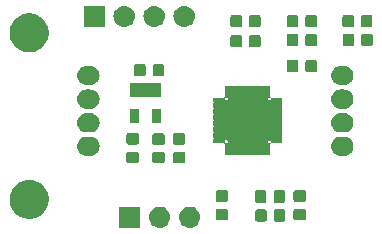
<source format=gts>
G04 #@! TF.GenerationSoftware,KiCad,Pcbnew,(5.1.2)-1*
G04 #@! TF.CreationDate,2020-10-03T12:09:34+09:00*
G04 #@! TF.ProjectId,es,65732e6b-6963-4616-945f-706362585858,v1.4*
G04 #@! TF.SameCoordinates,Original*
G04 #@! TF.FileFunction,Soldermask,Top*
G04 #@! TF.FilePolarity,Negative*
%FSLAX46Y46*%
G04 Gerber Fmt 4.6, Leading zero omitted, Abs format (unit mm)*
G04 Created by KiCad (PCBNEW (5.1.2)-1) date 2020-10-03 12:09:34*
%MOMM*%
%LPD*%
G04 APERTURE LIST*
%ADD10C,0.100000*%
G04 APERTURE END LIST*
D10*
G36*
X156401000Y-98401000D02*
G01*
X154599000Y-98401000D01*
X154599000Y-96599000D01*
X156401000Y-96599000D01*
X156401000Y-98401000D01*
X156401000Y-98401000D01*
G37*
G36*
X160690442Y-96605518D02*
G01*
X160756627Y-96612037D01*
X160926466Y-96663557D01*
X161082991Y-96747222D01*
X161118729Y-96776552D01*
X161220186Y-96859814D01*
X161303448Y-96961271D01*
X161332778Y-96997009D01*
X161416443Y-97153534D01*
X161467963Y-97323373D01*
X161485359Y-97500000D01*
X161467963Y-97676627D01*
X161416443Y-97846466D01*
X161332778Y-98002991D01*
X161303448Y-98038729D01*
X161220186Y-98140186D01*
X161118729Y-98223448D01*
X161082991Y-98252778D01*
X160926466Y-98336443D01*
X160756627Y-98387963D01*
X160690442Y-98394482D01*
X160624260Y-98401000D01*
X160535740Y-98401000D01*
X160469558Y-98394482D01*
X160403373Y-98387963D01*
X160233534Y-98336443D01*
X160077009Y-98252778D01*
X160041271Y-98223448D01*
X159939814Y-98140186D01*
X159856552Y-98038729D01*
X159827222Y-98002991D01*
X159743557Y-97846466D01*
X159692037Y-97676627D01*
X159674641Y-97500000D01*
X159692037Y-97323373D01*
X159743557Y-97153534D01*
X159827222Y-96997009D01*
X159856552Y-96961271D01*
X159939814Y-96859814D01*
X160041271Y-96776552D01*
X160077009Y-96747222D01*
X160233534Y-96663557D01*
X160403373Y-96612037D01*
X160469557Y-96605519D01*
X160535740Y-96599000D01*
X160624260Y-96599000D01*
X160690442Y-96605518D01*
X160690442Y-96605518D01*
G37*
G36*
X158150442Y-96605518D02*
G01*
X158216627Y-96612037D01*
X158386466Y-96663557D01*
X158542991Y-96747222D01*
X158578729Y-96776552D01*
X158680186Y-96859814D01*
X158763448Y-96961271D01*
X158792778Y-96997009D01*
X158876443Y-97153534D01*
X158927963Y-97323373D01*
X158945359Y-97500000D01*
X158927963Y-97676627D01*
X158876443Y-97846466D01*
X158792778Y-98002991D01*
X158763448Y-98038729D01*
X158680186Y-98140186D01*
X158578729Y-98223448D01*
X158542991Y-98252778D01*
X158386466Y-98336443D01*
X158216627Y-98387963D01*
X158150442Y-98394482D01*
X158084260Y-98401000D01*
X157995740Y-98401000D01*
X157929558Y-98394482D01*
X157863373Y-98387963D01*
X157693534Y-98336443D01*
X157537009Y-98252778D01*
X157501271Y-98223448D01*
X157399814Y-98140186D01*
X157316552Y-98038729D01*
X157287222Y-98002991D01*
X157203557Y-97846466D01*
X157152037Y-97676627D01*
X157134641Y-97500000D01*
X157152037Y-97323373D01*
X157203557Y-97153534D01*
X157287222Y-96997009D01*
X157316552Y-96961271D01*
X157399814Y-96859814D01*
X157501271Y-96776552D01*
X157537009Y-96747222D01*
X157693534Y-96663557D01*
X157863373Y-96612037D01*
X157929557Y-96605519D01*
X157995740Y-96599000D01*
X158084260Y-96599000D01*
X158150442Y-96605518D01*
X158150442Y-96605518D01*
G37*
G36*
X168541591Y-96828085D02*
G01*
X168575569Y-96838393D01*
X168606890Y-96855134D01*
X168634339Y-96877661D01*
X168656866Y-96905110D01*
X168673607Y-96936431D01*
X168683915Y-96970409D01*
X168688000Y-97011890D01*
X168688000Y-97688110D01*
X168683915Y-97729591D01*
X168673607Y-97763569D01*
X168656866Y-97794890D01*
X168634339Y-97822339D01*
X168606890Y-97844866D01*
X168575569Y-97861607D01*
X168541591Y-97871915D01*
X168500110Y-97876000D01*
X167898890Y-97876000D01*
X167857409Y-97871915D01*
X167823431Y-97861607D01*
X167792110Y-97844866D01*
X167764661Y-97822339D01*
X167742134Y-97794890D01*
X167725393Y-97763569D01*
X167715085Y-97729591D01*
X167711000Y-97688110D01*
X167711000Y-97011890D01*
X167715085Y-96970409D01*
X167725393Y-96936431D01*
X167742134Y-96905110D01*
X167764661Y-96877661D01*
X167792110Y-96855134D01*
X167823431Y-96838393D01*
X167857409Y-96828085D01*
X167898890Y-96824000D01*
X168500110Y-96824000D01*
X168541591Y-96828085D01*
X168541591Y-96828085D01*
G37*
G36*
X166966591Y-96828085D02*
G01*
X167000569Y-96838393D01*
X167031890Y-96855134D01*
X167059339Y-96877661D01*
X167081866Y-96905110D01*
X167098607Y-96936431D01*
X167108915Y-96970409D01*
X167113000Y-97011890D01*
X167113000Y-97688110D01*
X167108915Y-97729591D01*
X167098607Y-97763569D01*
X167081866Y-97794890D01*
X167059339Y-97822339D01*
X167031890Y-97844866D01*
X167000569Y-97861607D01*
X166966591Y-97871915D01*
X166925110Y-97876000D01*
X166323890Y-97876000D01*
X166282409Y-97871915D01*
X166248431Y-97861607D01*
X166217110Y-97844866D01*
X166189661Y-97822339D01*
X166167134Y-97794890D01*
X166150393Y-97763569D01*
X166140085Y-97729591D01*
X166136000Y-97688110D01*
X166136000Y-97011890D01*
X166140085Y-96970409D01*
X166150393Y-96936431D01*
X166167134Y-96905110D01*
X166189661Y-96877661D01*
X166217110Y-96855134D01*
X166248431Y-96838393D01*
X166282409Y-96828085D01*
X166323890Y-96824000D01*
X166925110Y-96824000D01*
X166966591Y-96828085D01*
X166966591Y-96828085D01*
G37*
G36*
X163679591Y-96790585D02*
G01*
X163713569Y-96800893D01*
X163744890Y-96817634D01*
X163772339Y-96840161D01*
X163794866Y-96867610D01*
X163811607Y-96898931D01*
X163821915Y-96932909D01*
X163826000Y-96974390D01*
X163826000Y-97575610D01*
X163821915Y-97617091D01*
X163811607Y-97651069D01*
X163794866Y-97682390D01*
X163772339Y-97709839D01*
X163744890Y-97732366D01*
X163713569Y-97749107D01*
X163679591Y-97759415D01*
X163638110Y-97763500D01*
X162961890Y-97763500D01*
X162920409Y-97759415D01*
X162886431Y-97749107D01*
X162855110Y-97732366D01*
X162827661Y-97709839D01*
X162805134Y-97682390D01*
X162788393Y-97651069D01*
X162778085Y-97617091D01*
X162774000Y-97575610D01*
X162774000Y-96974390D01*
X162778085Y-96932909D01*
X162788393Y-96898931D01*
X162805134Y-96867610D01*
X162827661Y-96840161D01*
X162855110Y-96817634D01*
X162886431Y-96800893D01*
X162920409Y-96790585D01*
X162961890Y-96786500D01*
X163638110Y-96786500D01*
X163679591Y-96790585D01*
X163679591Y-96790585D01*
G37*
G36*
X170279591Y-96790585D02*
G01*
X170313569Y-96800893D01*
X170344890Y-96817634D01*
X170372339Y-96840161D01*
X170394866Y-96867610D01*
X170411607Y-96898931D01*
X170421915Y-96932909D01*
X170426000Y-96974390D01*
X170426000Y-97575610D01*
X170421915Y-97617091D01*
X170411607Y-97651069D01*
X170394866Y-97682390D01*
X170372339Y-97709839D01*
X170344890Y-97732366D01*
X170313569Y-97749107D01*
X170279591Y-97759415D01*
X170238110Y-97763500D01*
X169561890Y-97763500D01*
X169520409Y-97759415D01*
X169486431Y-97749107D01*
X169455110Y-97732366D01*
X169427661Y-97709839D01*
X169405134Y-97682390D01*
X169388393Y-97651069D01*
X169378085Y-97617091D01*
X169374000Y-97575610D01*
X169374000Y-96974390D01*
X169378085Y-96932909D01*
X169388393Y-96898931D01*
X169405134Y-96867610D01*
X169427661Y-96840161D01*
X169455110Y-96817634D01*
X169486431Y-96800893D01*
X169520409Y-96790585D01*
X169561890Y-96786500D01*
X170238110Y-96786500D01*
X170279591Y-96790585D01*
X170279591Y-96790585D01*
G37*
G36*
X147375256Y-94391298D02*
G01*
X147481579Y-94412447D01*
X147782042Y-94536903D01*
X148052451Y-94717585D01*
X148282415Y-94947549D01*
X148463097Y-95217958D01*
X148463098Y-95217960D01*
X148494019Y-95292610D01*
X148561594Y-95455750D01*
X148587553Y-95518422D01*
X148651000Y-95837389D01*
X148651000Y-96162611D01*
X148631308Y-96261607D01*
X148587553Y-96481579D01*
X148463097Y-96782042D01*
X148282415Y-97052451D01*
X148052451Y-97282415D01*
X147782042Y-97463097D01*
X147481579Y-97587553D01*
X147375256Y-97608702D01*
X147162611Y-97651000D01*
X146837389Y-97651000D01*
X146624744Y-97608702D01*
X146518421Y-97587553D01*
X146217958Y-97463097D01*
X145947549Y-97282415D01*
X145717585Y-97052451D01*
X145536903Y-96782042D01*
X145412447Y-96481579D01*
X145368692Y-96261607D01*
X145349000Y-96162611D01*
X145349000Y-95837389D01*
X145412447Y-95518422D01*
X145438407Y-95455750D01*
X145505981Y-95292610D01*
X145536902Y-95217960D01*
X145536903Y-95217958D01*
X145717585Y-94947549D01*
X145947549Y-94717585D01*
X146217958Y-94536903D01*
X146518421Y-94412447D01*
X146624744Y-94391298D01*
X146837389Y-94349000D01*
X147162611Y-94349000D01*
X147375256Y-94391298D01*
X147375256Y-94391298D01*
G37*
G36*
X166942591Y-95228085D02*
G01*
X166976569Y-95238393D01*
X167007890Y-95255134D01*
X167035339Y-95277661D01*
X167057866Y-95305110D01*
X167074607Y-95336431D01*
X167084915Y-95370409D01*
X167089000Y-95411890D01*
X167089000Y-96088110D01*
X167084915Y-96129591D01*
X167074607Y-96163569D01*
X167057866Y-96194890D01*
X167035339Y-96222339D01*
X167007890Y-96244866D01*
X166976569Y-96261607D01*
X166942591Y-96271915D01*
X166901110Y-96276000D01*
X166299890Y-96276000D01*
X166258409Y-96271915D01*
X166224431Y-96261607D01*
X166193110Y-96244866D01*
X166165661Y-96222339D01*
X166143134Y-96194890D01*
X166126393Y-96163569D01*
X166116085Y-96129591D01*
X166112000Y-96088110D01*
X166112000Y-95411890D01*
X166116085Y-95370409D01*
X166126393Y-95336431D01*
X166143134Y-95305110D01*
X166165661Y-95277661D01*
X166193110Y-95255134D01*
X166224431Y-95238393D01*
X166258409Y-95228085D01*
X166299890Y-95224000D01*
X166901110Y-95224000D01*
X166942591Y-95228085D01*
X166942591Y-95228085D01*
G37*
G36*
X168517591Y-95228085D02*
G01*
X168551569Y-95238393D01*
X168582890Y-95255134D01*
X168610339Y-95277661D01*
X168632866Y-95305110D01*
X168649607Y-95336431D01*
X168659915Y-95370409D01*
X168664000Y-95411890D01*
X168664000Y-96088110D01*
X168659915Y-96129591D01*
X168649607Y-96163569D01*
X168632866Y-96194890D01*
X168610339Y-96222339D01*
X168582890Y-96244866D01*
X168551569Y-96261607D01*
X168517591Y-96271915D01*
X168476110Y-96276000D01*
X167874890Y-96276000D01*
X167833409Y-96271915D01*
X167799431Y-96261607D01*
X167768110Y-96244866D01*
X167740661Y-96222339D01*
X167718134Y-96194890D01*
X167701393Y-96163569D01*
X167691085Y-96129591D01*
X167687000Y-96088110D01*
X167687000Y-95411890D01*
X167691085Y-95370409D01*
X167701393Y-95336431D01*
X167718134Y-95305110D01*
X167740661Y-95277661D01*
X167768110Y-95255134D01*
X167799431Y-95238393D01*
X167833409Y-95228085D01*
X167874890Y-95224000D01*
X168476110Y-95224000D01*
X168517591Y-95228085D01*
X168517591Y-95228085D01*
G37*
G36*
X170279591Y-95215585D02*
G01*
X170313569Y-95225893D01*
X170344890Y-95242634D01*
X170372339Y-95265161D01*
X170394866Y-95292610D01*
X170411607Y-95323931D01*
X170421915Y-95357909D01*
X170426000Y-95399390D01*
X170426000Y-96000610D01*
X170421915Y-96042091D01*
X170411607Y-96076069D01*
X170394866Y-96107390D01*
X170372339Y-96134839D01*
X170344890Y-96157366D01*
X170313569Y-96174107D01*
X170279591Y-96184415D01*
X170238110Y-96188500D01*
X169561890Y-96188500D01*
X169520409Y-96184415D01*
X169486431Y-96174107D01*
X169455110Y-96157366D01*
X169427661Y-96134839D01*
X169405134Y-96107390D01*
X169388393Y-96076069D01*
X169378085Y-96042091D01*
X169374000Y-96000610D01*
X169374000Y-95399390D01*
X169378085Y-95357909D01*
X169388393Y-95323931D01*
X169405134Y-95292610D01*
X169427661Y-95265161D01*
X169455110Y-95242634D01*
X169486431Y-95225893D01*
X169520409Y-95215585D01*
X169561890Y-95211500D01*
X170238110Y-95211500D01*
X170279591Y-95215585D01*
X170279591Y-95215585D01*
G37*
G36*
X163679591Y-95215585D02*
G01*
X163713569Y-95225893D01*
X163744890Y-95242634D01*
X163772339Y-95265161D01*
X163794866Y-95292610D01*
X163811607Y-95323931D01*
X163821915Y-95357909D01*
X163826000Y-95399390D01*
X163826000Y-96000610D01*
X163821915Y-96042091D01*
X163811607Y-96076069D01*
X163794866Y-96107390D01*
X163772339Y-96134839D01*
X163744890Y-96157366D01*
X163713569Y-96174107D01*
X163679591Y-96184415D01*
X163638110Y-96188500D01*
X162961890Y-96188500D01*
X162920409Y-96184415D01*
X162886431Y-96174107D01*
X162855110Y-96157366D01*
X162827661Y-96134839D01*
X162805134Y-96107390D01*
X162788393Y-96076069D01*
X162778085Y-96042091D01*
X162774000Y-96000610D01*
X162774000Y-95399390D01*
X162778085Y-95357909D01*
X162788393Y-95323931D01*
X162805134Y-95292610D01*
X162827661Y-95265161D01*
X162855110Y-95242634D01*
X162886431Y-95225893D01*
X162920409Y-95215585D01*
X162961890Y-95211500D01*
X163638110Y-95211500D01*
X163679591Y-95215585D01*
X163679591Y-95215585D01*
G37*
G36*
X158329591Y-91973085D02*
G01*
X158363569Y-91983393D01*
X158394890Y-92000134D01*
X158422339Y-92022661D01*
X158444866Y-92050110D01*
X158461607Y-92081431D01*
X158471915Y-92115409D01*
X158476000Y-92156890D01*
X158476000Y-92758110D01*
X158471915Y-92799591D01*
X158461607Y-92833569D01*
X158444866Y-92864890D01*
X158422339Y-92892339D01*
X158394890Y-92914866D01*
X158363569Y-92931607D01*
X158329591Y-92941915D01*
X158288110Y-92946000D01*
X157611890Y-92946000D01*
X157570409Y-92941915D01*
X157536431Y-92931607D01*
X157505110Y-92914866D01*
X157477661Y-92892339D01*
X157455134Y-92864890D01*
X157438393Y-92833569D01*
X157428085Y-92799591D01*
X157424000Y-92758110D01*
X157424000Y-92156890D01*
X157428085Y-92115409D01*
X157438393Y-92081431D01*
X157455134Y-92050110D01*
X157477661Y-92022661D01*
X157505110Y-92000134D01*
X157536431Y-91983393D01*
X157570409Y-91973085D01*
X157611890Y-91969000D01*
X158288110Y-91969000D01*
X158329591Y-91973085D01*
X158329591Y-91973085D01*
G37*
G36*
X160079591Y-91973085D02*
G01*
X160113569Y-91983393D01*
X160144890Y-92000134D01*
X160172339Y-92022661D01*
X160194866Y-92050110D01*
X160211607Y-92081431D01*
X160221915Y-92115409D01*
X160226000Y-92156890D01*
X160226000Y-92758110D01*
X160221915Y-92799591D01*
X160211607Y-92833569D01*
X160194866Y-92864890D01*
X160172339Y-92892339D01*
X160144890Y-92914866D01*
X160113569Y-92931607D01*
X160079591Y-92941915D01*
X160038110Y-92946000D01*
X159361890Y-92946000D01*
X159320409Y-92941915D01*
X159286431Y-92931607D01*
X159255110Y-92914866D01*
X159227661Y-92892339D01*
X159205134Y-92864890D01*
X159188393Y-92833569D01*
X159178085Y-92799591D01*
X159174000Y-92758110D01*
X159174000Y-92156890D01*
X159178085Y-92115409D01*
X159188393Y-92081431D01*
X159205134Y-92050110D01*
X159227661Y-92022661D01*
X159255110Y-92000134D01*
X159286431Y-91983393D01*
X159320409Y-91973085D01*
X159361890Y-91969000D01*
X160038110Y-91969000D01*
X160079591Y-91973085D01*
X160079591Y-91973085D01*
G37*
G36*
X156129591Y-91953085D02*
G01*
X156163569Y-91963393D01*
X156194890Y-91980134D01*
X156222339Y-92002661D01*
X156244866Y-92030110D01*
X156261607Y-92061431D01*
X156271915Y-92095409D01*
X156276000Y-92136890D01*
X156276000Y-92738110D01*
X156271915Y-92779591D01*
X156261607Y-92813569D01*
X156244866Y-92844890D01*
X156222339Y-92872339D01*
X156194890Y-92894866D01*
X156163569Y-92911607D01*
X156129591Y-92921915D01*
X156088110Y-92926000D01*
X155411890Y-92926000D01*
X155370409Y-92921915D01*
X155336431Y-92911607D01*
X155305110Y-92894866D01*
X155277661Y-92872339D01*
X155255134Y-92844890D01*
X155238393Y-92813569D01*
X155228085Y-92779591D01*
X155224000Y-92738110D01*
X155224000Y-92136890D01*
X155228085Y-92095409D01*
X155238393Y-92061431D01*
X155255134Y-92030110D01*
X155277661Y-92002661D01*
X155305110Y-91980134D01*
X155336431Y-91963393D01*
X155370409Y-91953085D01*
X155411890Y-91949000D01*
X156088110Y-91949000D01*
X156129591Y-91953085D01*
X156129591Y-91953085D01*
G37*
G36*
X173717747Y-90690921D02*
G01*
X173797376Y-90698764D01*
X173950627Y-90745252D01*
X173950630Y-90745253D01*
X174091863Y-90820744D01*
X174215659Y-90922341D01*
X174317256Y-91046137D01*
X174392747Y-91187370D01*
X174392748Y-91187373D01*
X174439236Y-91340624D01*
X174454933Y-91500000D01*
X174439236Y-91659376D01*
X174392748Y-91812627D01*
X174392747Y-91812630D01*
X174317256Y-91953863D01*
X174215659Y-92077659D01*
X174091863Y-92179256D01*
X173950630Y-92254747D01*
X173950627Y-92254748D01*
X173797376Y-92301236D01*
X173717747Y-92309079D01*
X173677934Y-92313000D01*
X173322066Y-92313000D01*
X173282253Y-92309079D01*
X173202624Y-92301236D01*
X173049373Y-92254748D01*
X173049370Y-92254747D01*
X172908137Y-92179256D01*
X172784341Y-92077659D01*
X172682744Y-91953863D01*
X172607253Y-91812630D01*
X172607252Y-91812627D01*
X172560764Y-91659376D01*
X172545067Y-91500000D01*
X172560764Y-91340624D01*
X172607252Y-91187373D01*
X172607253Y-91187370D01*
X172682744Y-91046137D01*
X172784341Y-90922341D01*
X172908137Y-90820744D01*
X173049370Y-90745253D01*
X173049373Y-90745252D01*
X173202624Y-90698764D01*
X173282253Y-90690921D01*
X173322066Y-90687000D01*
X173677934Y-90687000D01*
X173717747Y-90690921D01*
X173717747Y-90690921D01*
G37*
G36*
X152217747Y-90690921D02*
G01*
X152297376Y-90698764D01*
X152450627Y-90745252D01*
X152450630Y-90745253D01*
X152591863Y-90820744D01*
X152715659Y-90922341D01*
X152817256Y-91046137D01*
X152892747Y-91187370D01*
X152892748Y-91187373D01*
X152939236Y-91340624D01*
X152954933Y-91500000D01*
X152939236Y-91659376D01*
X152892748Y-91812627D01*
X152892747Y-91812630D01*
X152817256Y-91953863D01*
X152715659Y-92077659D01*
X152591863Y-92179256D01*
X152450630Y-92254747D01*
X152450627Y-92254748D01*
X152297376Y-92301236D01*
X152217747Y-92309079D01*
X152177934Y-92313000D01*
X151822066Y-92313000D01*
X151782253Y-92309079D01*
X151702624Y-92301236D01*
X151549373Y-92254748D01*
X151549370Y-92254747D01*
X151408137Y-92179256D01*
X151284341Y-92077659D01*
X151182744Y-91953863D01*
X151107253Y-91812630D01*
X151107252Y-91812627D01*
X151060764Y-91659376D01*
X151045067Y-91500000D01*
X151060764Y-91340624D01*
X151107252Y-91187373D01*
X151107253Y-91187370D01*
X151182744Y-91046137D01*
X151284341Y-90922341D01*
X151408137Y-90820744D01*
X151549370Y-90745253D01*
X151549373Y-90745252D01*
X151702624Y-90698764D01*
X151782253Y-90690921D01*
X151822066Y-90687000D01*
X152177934Y-90687000D01*
X152217747Y-90690921D01*
X152217747Y-90690921D01*
G37*
G36*
X163905355Y-86375083D02*
G01*
X163910029Y-86376501D01*
X163914330Y-86378800D01*
X163920702Y-86384029D01*
X163941076Y-86397643D01*
X163963715Y-86407020D01*
X163987749Y-86411800D01*
X164012253Y-86411800D01*
X164036286Y-86407019D01*
X164058925Y-86397642D01*
X164079298Y-86384029D01*
X164085670Y-86378800D01*
X164089971Y-86376501D01*
X164094645Y-86375083D01*
X164105641Y-86374000D01*
X164394359Y-86374000D01*
X164405355Y-86375083D01*
X164410029Y-86376501D01*
X164414330Y-86378800D01*
X164420702Y-86384029D01*
X164441076Y-86397643D01*
X164463715Y-86407020D01*
X164487749Y-86411800D01*
X164512253Y-86411800D01*
X164536286Y-86407019D01*
X164558925Y-86397642D01*
X164579298Y-86384029D01*
X164585670Y-86378800D01*
X164589971Y-86376501D01*
X164594645Y-86375083D01*
X164605641Y-86374000D01*
X164894359Y-86374000D01*
X164905355Y-86375083D01*
X164910029Y-86376501D01*
X164914330Y-86378800D01*
X164920702Y-86384029D01*
X164941076Y-86397643D01*
X164963715Y-86407020D01*
X164987749Y-86411800D01*
X165012253Y-86411800D01*
X165036286Y-86407019D01*
X165058925Y-86397642D01*
X165079298Y-86384029D01*
X165085670Y-86378800D01*
X165089971Y-86376501D01*
X165094645Y-86375083D01*
X165105641Y-86374000D01*
X165394359Y-86374000D01*
X165405355Y-86375083D01*
X165410029Y-86376501D01*
X165414330Y-86378800D01*
X165420702Y-86384029D01*
X165441076Y-86397643D01*
X165463715Y-86407020D01*
X165487749Y-86411800D01*
X165512253Y-86411800D01*
X165536286Y-86407019D01*
X165558925Y-86397642D01*
X165579298Y-86384029D01*
X165585670Y-86378800D01*
X165589971Y-86376501D01*
X165594645Y-86375083D01*
X165605641Y-86374000D01*
X165894359Y-86374000D01*
X165905355Y-86375083D01*
X165910029Y-86376501D01*
X165914330Y-86378800D01*
X165920702Y-86384029D01*
X165941076Y-86397643D01*
X165963715Y-86407020D01*
X165987749Y-86411800D01*
X166012253Y-86411800D01*
X166036286Y-86407019D01*
X166058925Y-86397642D01*
X166079298Y-86384029D01*
X166085670Y-86378800D01*
X166089971Y-86376501D01*
X166094645Y-86375083D01*
X166105641Y-86374000D01*
X166394359Y-86374000D01*
X166405355Y-86375083D01*
X166410029Y-86376501D01*
X166414330Y-86378800D01*
X166420702Y-86384029D01*
X166441076Y-86397643D01*
X166463715Y-86407020D01*
X166487749Y-86411800D01*
X166512253Y-86411800D01*
X166536286Y-86407019D01*
X166558925Y-86397642D01*
X166579298Y-86384029D01*
X166585670Y-86378800D01*
X166589971Y-86376501D01*
X166594645Y-86375083D01*
X166605641Y-86374000D01*
X166894359Y-86374000D01*
X166905355Y-86375083D01*
X166910029Y-86376501D01*
X166914330Y-86378800D01*
X166920702Y-86384029D01*
X166941076Y-86397643D01*
X166963715Y-86407020D01*
X166987749Y-86411800D01*
X167012253Y-86411800D01*
X167036286Y-86407019D01*
X167058925Y-86397642D01*
X167079298Y-86384029D01*
X167085670Y-86378800D01*
X167089971Y-86376501D01*
X167094645Y-86375083D01*
X167105641Y-86374000D01*
X167394359Y-86374000D01*
X167405355Y-86375083D01*
X167410029Y-86376501D01*
X167414331Y-86378800D01*
X167418104Y-86381896D01*
X167421200Y-86385669D01*
X167423499Y-86389971D01*
X167424917Y-86394645D01*
X167426000Y-86405641D01*
X167426000Y-87249001D01*
X167428402Y-87273387D01*
X167435515Y-87296836D01*
X167447066Y-87318447D01*
X167462611Y-87337389D01*
X167481553Y-87352934D01*
X167503164Y-87364485D01*
X167526613Y-87371598D01*
X167550999Y-87374000D01*
X168394359Y-87374000D01*
X168405355Y-87375083D01*
X168410029Y-87376501D01*
X168414331Y-87378800D01*
X168418104Y-87381896D01*
X168421200Y-87385669D01*
X168423499Y-87389971D01*
X168424917Y-87394645D01*
X168426000Y-87405641D01*
X168426000Y-87694359D01*
X168424917Y-87705355D01*
X168423499Y-87710029D01*
X168421200Y-87714330D01*
X168415971Y-87720702D01*
X168402357Y-87741076D01*
X168392980Y-87763715D01*
X168388200Y-87787749D01*
X168388200Y-87812253D01*
X168392981Y-87836286D01*
X168402358Y-87858925D01*
X168415971Y-87879298D01*
X168421200Y-87885670D01*
X168423499Y-87889971D01*
X168424917Y-87894645D01*
X168426000Y-87905641D01*
X168426000Y-88194359D01*
X168424917Y-88205355D01*
X168423499Y-88210029D01*
X168421200Y-88214330D01*
X168415971Y-88220702D01*
X168402357Y-88241076D01*
X168392980Y-88263715D01*
X168388200Y-88287749D01*
X168388200Y-88312253D01*
X168392981Y-88336286D01*
X168402358Y-88358925D01*
X168415971Y-88379298D01*
X168421200Y-88385670D01*
X168423499Y-88389971D01*
X168424917Y-88394645D01*
X168426000Y-88405641D01*
X168426000Y-88694359D01*
X168424917Y-88705355D01*
X168423499Y-88710029D01*
X168421200Y-88714330D01*
X168415971Y-88720702D01*
X168402357Y-88741076D01*
X168392980Y-88763715D01*
X168388200Y-88787749D01*
X168388200Y-88812253D01*
X168392981Y-88836286D01*
X168402358Y-88858925D01*
X168415971Y-88879298D01*
X168421200Y-88885670D01*
X168423499Y-88889971D01*
X168424917Y-88894645D01*
X168426000Y-88905641D01*
X168426000Y-89194359D01*
X168424917Y-89205355D01*
X168423499Y-89210029D01*
X168421200Y-89214330D01*
X168415971Y-89220702D01*
X168402357Y-89241076D01*
X168392980Y-89263715D01*
X168388200Y-89287749D01*
X168388200Y-89312253D01*
X168392981Y-89336286D01*
X168402358Y-89358925D01*
X168415971Y-89379298D01*
X168421200Y-89385670D01*
X168423499Y-89389971D01*
X168424917Y-89394645D01*
X168426000Y-89405641D01*
X168426000Y-89694359D01*
X168424917Y-89705355D01*
X168423499Y-89710029D01*
X168421200Y-89714330D01*
X168415971Y-89720702D01*
X168402357Y-89741076D01*
X168392980Y-89763715D01*
X168388200Y-89787749D01*
X168388200Y-89812253D01*
X168392981Y-89836286D01*
X168402358Y-89858925D01*
X168415971Y-89879298D01*
X168421200Y-89885670D01*
X168423499Y-89889971D01*
X168424917Y-89894645D01*
X168426000Y-89905641D01*
X168426000Y-90194359D01*
X168424917Y-90205355D01*
X168423499Y-90210029D01*
X168421200Y-90214330D01*
X168415971Y-90220702D01*
X168402357Y-90241076D01*
X168392980Y-90263715D01*
X168388200Y-90287749D01*
X168388200Y-90312253D01*
X168392981Y-90336286D01*
X168402358Y-90358925D01*
X168415971Y-90379298D01*
X168421200Y-90385670D01*
X168423499Y-90389971D01*
X168424917Y-90394645D01*
X168426000Y-90405641D01*
X168426000Y-90694359D01*
X168424917Y-90705355D01*
X168423499Y-90710029D01*
X168421200Y-90714330D01*
X168415971Y-90720702D01*
X168402357Y-90741076D01*
X168392980Y-90763715D01*
X168388200Y-90787749D01*
X168388200Y-90812253D01*
X168392981Y-90836286D01*
X168402358Y-90858925D01*
X168415971Y-90879298D01*
X168421200Y-90885670D01*
X168423499Y-90889971D01*
X168424917Y-90894645D01*
X168426000Y-90905641D01*
X168426000Y-91194359D01*
X168424917Y-91205355D01*
X168423499Y-91210029D01*
X168421200Y-91214331D01*
X168418104Y-91218104D01*
X168414331Y-91221200D01*
X168410029Y-91223499D01*
X168405355Y-91224917D01*
X168394359Y-91226000D01*
X167550999Y-91226000D01*
X167526613Y-91228402D01*
X167503164Y-91235515D01*
X167481553Y-91247066D01*
X167462611Y-91262611D01*
X167447066Y-91281553D01*
X167435515Y-91303164D01*
X167428402Y-91326613D01*
X167426000Y-91350999D01*
X167426000Y-92194359D01*
X167424917Y-92205355D01*
X167423499Y-92210029D01*
X167421200Y-92214331D01*
X167418104Y-92218104D01*
X167414331Y-92221200D01*
X167410029Y-92223499D01*
X167405355Y-92224917D01*
X167394359Y-92226000D01*
X167105641Y-92226000D01*
X167094645Y-92224917D01*
X167089971Y-92223499D01*
X167085670Y-92221200D01*
X167079298Y-92215971D01*
X167058924Y-92202357D01*
X167036285Y-92192980D01*
X167012251Y-92188200D01*
X166987747Y-92188200D01*
X166963714Y-92192981D01*
X166941075Y-92202358D01*
X166920702Y-92215971D01*
X166914330Y-92221200D01*
X166910029Y-92223499D01*
X166905355Y-92224917D01*
X166894359Y-92226000D01*
X166605641Y-92226000D01*
X166594645Y-92224917D01*
X166589971Y-92223499D01*
X166585670Y-92221200D01*
X166579298Y-92215971D01*
X166558924Y-92202357D01*
X166536285Y-92192980D01*
X166512251Y-92188200D01*
X166487747Y-92188200D01*
X166463714Y-92192981D01*
X166441075Y-92202358D01*
X166420702Y-92215971D01*
X166414330Y-92221200D01*
X166410029Y-92223499D01*
X166405355Y-92224917D01*
X166394359Y-92226000D01*
X166105641Y-92226000D01*
X166094645Y-92224917D01*
X166089971Y-92223499D01*
X166085670Y-92221200D01*
X166079298Y-92215971D01*
X166058924Y-92202357D01*
X166036285Y-92192980D01*
X166012251Y-92188200D01*
X165987747Y-92188200D01*
X165963714Y-92192981D01*
X165941075Y-92202358D01*
X165920702Y-92215971D01*
X165914330Y-92221200D01*
X165910029Y-92223499D01*
X165905355Y-92224917D01*
X165894359Y-92226000D01*
X165605641Y-92226000D01*
X165594645Y-92224917D01*
X165589971Y-92223499D01*
X165585670Y-92221200D01*
X165579298Y-92215971D01*
X165558924Y-92202357D01*
X165536285Y-92192980D01*
X165512251Y-92188200D01*
X165487747Y-92188200D01*
X165463714Y-92192981D01*
X165441075Y-92202358D01*
X165420702Y-92215971D01*
X165414330Y-92221200D01*
X165410029Y-92223499D01*
X165405355Y-92224917D01*
X165394359Y-92226000D01*
X165105641Y-92226000D01*
X165094645Y-92224917D01*
X165089971Y-92223499D01*
X165085670Y-92221200D01*
X165079298Y-92215971D01*
X165058924Y-92202357D01*
X165036285Y-92192980D01*
X165012251Y-92188200D01*
X164987747Y-92188200D01*
X164963714Y-92192981D01*
X164941075Y-92202358D01*
X164920702Y-92215971D01*
X164914330Y-92221200D01*
X164910029Y-92223499D01*
X164905355Y-92224917D01*
X164894359Y-92226000D01*
X164605641Y-92226000D01*
X164594645Y-92224917D01*
X164589971Y-92223499D01*
X164585670Y-92221200D01*
X164579298Y-92215971D01*
X164558924Y-92202357D01*
X164536285Y-92192980D01*
X164512251Y-92188200D01*
X164487747Y-92188200D01*
X164463714Y-92192981D01*
X164441075Y-92202358D01*
X164420702Y-92215971D01*
X164414330Y-92221200D01*
X164410029Y-92223499D01*
X164405355Y-92224917D01*
X164394359Y-92226000D01*
X164105641Y-92226000D01*
X164094645Y-92224917D01*
X164089971Y-92223499D01*
X164085670Y-92221200D01*
X164079298Y-92215971D01*
X164058924Y-92202357D01*
X164036285Y-92192980D01*
X164012251Y-92188200D01*
X163987747Y-92188200D01*
X163963714Y-92192981D01*
X163941075Y-92202358D01*
X163920702Y-92215971D01*
X163914330Y-92221200D01*
X163910029Y-92223499D01*
X163905355Y-92224917D01*
X163894359Y-92226000D01*
X163605641Y-92226000D01*
X163594645Y-92224917D01*
X163589971Y-92223499D01*
X163585669Y-92221200D01*
X163581896Y-92218104D01*
X163578800Y-92214331D01*
X163576501Y-92210029D01*
X163575083Y-92205355D01*
X163574000Y-92194359D01*
X163574000Y-91350999D01*
X163571598Y-91326613D01*
X163564485Y-91303164D01*
X163552934Y-91281553D01*
X163537389Y-91262611D01*
X163518447Y-91247066D01*
X163496836Y-91235515D01*
X163473387Y-91228402D01*
X163449001Y-91226000D01*
X162605641Y-91226000D01*
X162594645Y-91224917D01*
X162589971Y-91223499D01*
X162585669Y-91221200D01*
X162581896Y-91218104D01*
X162578800Y-91214331D01*
X162576501Y-91210029D01*
X162575083Y-91205355D01*
X162574000Y-91194359D01*
X162574000Y-91115801D01*
X163551000Y-91115801D01*
X163551000Y-91124001D01*
X163553402Y-91148387D01*
X163560515Y-91171836D01*
X163572066Y-91193447D01*
X163587611Y-91212389D01*
X163606553Y-91227934D01*
X163628164Y-91239485D01*
X163651613Y-91246598D01*
X163675999Y-91249000D01*
X163684199Y-91249000D01*
X163708585Y-91246598D01*
X163732034Y-91239485D01*
X163753645Y-91227934D01*
X163772587Y-91212389D01*
X163788132Y-91193447D01*
X163799683Y-91171836D01*
X163806796Y-91148387D01*
X163807991Y-91136247D01*
X167191403Y-91136247D01*
X167196183Y-91160281D01*
X167205559Y-91182920D01*
X167219172Y-91203295D01*
X167236498Y-91220623D01*
X167256872Y-91234238D01*
X167279510Y-91243616D01*
X167303543Y-91248398D01*
X167315801Y-91249000D01*
X167324001Y-91249000D01*
X167348387Y-91246598D01*
X167371836Y-91239485D01*
X167393447Y-91227934D01*
X167412389Y-91212389D01*
X167427934Y-91193447D01*
X167439485Y-91171836D01*
X167446598Y-91148387D01*
X167449000Y-91124001D01*
X167449000Y-91115801D01*
X167446598Y-91091415D01*
X167439485Y-91067966D01*
X167427934Y-91046355D01*
X167412389Y-91027413D01*
X167393447Y-91011868D01*
X167371836Y-91000317D01*
X167348387Y-90993204D01*
X167324001Y-90990802D01*
X167299615Y-90993204D01*
X167276166Y-91000317D01*
X167254555Y-91011868D01*
X167235613Y-91027413D01*
X167227382Y-91036496D01*
X167219179Y-91044698D01*
X167205564Y-91065072D01*
X167196186Y-91087710D01*
X167191404Y-91111743D01*
X167191403Y-91136247D01*
X163807991Y-91136247D01*
X163809198Y-91124001D01*
X163806796Y-91099615D01*
X163799683Y-91076166D01*
X163788132Y-91054555D01*
X163772587Y-91035613D01*
X163763504Y-91027382D01*
X163755302Y-91019179D01*
X163734928Y-91005564D01*
X163712290Y-90996186D01*
X163688257Y-90991404D01*
X163663753Y-90991403D01*
X163639719Y-90996183D01*
X163617080Y-91005559D01*
X163596705Y-91019172D01*
X163579377Y-91036498D01*
X163565762Y-91056872D01*
X163556384Y-91079510D01*
X163551602Y-91103543D01*
X163551000Y-91115801D01*
X162574000Y-91115801D01*
X162574000Y-90905641D01*
X162575083Y-90894645D01*
X162576501Y-90889971D01*
X162578800Y-90885670D01*
X162584029Y-90879298D01*
X162597643Y-90858924D01*
X162607020Y-90836285D01*
X162611800Y-90812251D01*
X162611800Y-90787747D01*
X162607019Y-90763714D01*
X162597642Y-90741075D01*
X162584029Y-90720702D01*
X162578800Y-90714330D01*
X162576501Y-90710029D01*
X162575083Y-90705355D01*
X162574000Y-90694359D01*
X162574000Y-90405641D01*
X162575083Y-90394645D01*
X162576501Y-90389971D01*
X162578800Y-90385670D01*
X162584029Y-90379298D01*
X162597643Y-90358924D01*
X162607020Y-90336285D01*
X162611800Y-90312251D01*
X162611800Y-90287747D01*
X162607019Y-90263714D01*
X162597642Y-90241075D01*
X162584029Y-90220702D01*
X162578800Y-90214330D01*
X162576501Y-90210029D01*
X162575083Y-90205355D01*
X162574000Y-90194359D01*
X162574000Y-89905641D01*
X162575083Y-89894645D01*
X162576501Y-89889971D01*
X162578800Y-89885670D01*
X162584029Y-89879298D01*
X162597643Y-89858924D01*
X162607020Y-89836285D01*
X162611800Y-89812251D01*
X162611800Y-89787747D01*
X162607019Y-89763714D01*
X162597642Y-89741075D01*
X162584029Y-89720702D01*
X162578800Y-89714330D01*
X162576501Y-89710029D01*
X162575083Y-89705355D01*
X162574000Y-89694359D01*
X162574000Y-89405641D01*
X162575083Y-89394645D01*
X162576501Y-89389971D01*
X162578800Y-89385670D01*
X162584029Y-89379298D01*
X162597643Y-89358924D01*
X162607020Y-89336285D01*
X162611800Y-89312251D01*
X162611800Y-89287747D01*
X162607019Y-89263714D01*
X162597642Y-89241075D01*
X162584029Y-89220702D01*
X162578800Y-89214330D01*
X162576501Y-89210029D01*
X162575083Y-89205355D01*
X162574000Y-89194359D01*
X162574000Y-88905641D01*
X162575083Y-88894645D01*
X162576501Y-88889971D01*
X162578800Y-88885670D01*
X162584029Y-88879298D01*
X162597643Y-88858924D01*
X162607020Y-88836285D01*
X162611800Y-88812251D01*
X162611800Y-88787747D01*
X162607019Y-88763714D01*
X162597642Y-88741075D01*
X162584029Y-88720702D01*
X162578800Y-88714330D01*
X162576501Y-88710029D01*
X162575083Y-88705355D01*
X162574000Y-88694359D01*
X162574000Y-88405641D01*
X162575083Y-88394645D01*
X162576501Y-88389971D01*
X162578800Y-88385670D01*
X162584029Y-88379298D01*
X162597643Y-88358924D01*
X162607020Y-88336285D01*
X162611800Y-88312251D01*
X162611800Y-88287747D01*
X162607019Y-88263714D01*
X162597642Y-88241075D01*
X162584029Y-88220702D01*
X162578800Y-88214330D01*
X162576501Y-88210029D01*
X162575083Y-88205355D01*
X162574000Y-88194359D01*
X162574000Y-87905641D01*
X162575083Y-87894645D01*
X162576501Y-87889971D01*
X162578800Y-87885670D01*
X162584029Y-87879298D01*
X162597643Y-87858924D01*
X162607020Y-87836285D01*
X162611800Y-87812251D01*
X162611800Y-87787747D01*
X162607019Y-87763714D01*
X162597642Y-87741075D01*
X162584029Y-87720702D01*
X162578800Y-87714330D01*
X162576501Y-87710029D01*
X162575083Y-87705355D01*
X162574000Y-87694359D01*
X162574000Y-87475999D01*
X163551000Y-87475999D01*
X163551000Y-87484199D01*
X163553402Y-87508585D01*
X163560515Y-87532034D01*
X163572066Y-87553645D01*
X163587611Y-87572587D01*
X163606553Y-87588132D01*
X163628164Y-87599683D01*
X163651613Y-87606796D01*
X163675999Y-87609198D01*
X163700385Y-87606796D01*
X163723834Y-87599683D01*
X163745445Y-87588132D01*
X163764387Y-87572587D01*
X163772620Y-87563502D01*
X163780821Y-87555302D01*
X163794436Y-87534928D01*
X163803814Y-87512290D01*
X163808596Y-87488257D01*
X163808596Y-87475999D01*
X167190802Y-87475999D01*
X167193204Y-87500385D01*
X167200317Y-87523834D01*
X167211868Y-87545445D01*
X167227413Y-87564387D01*
X167236496Y-87572618D01*
X167244698Y-87580821D01*
X167265072Y-87594436D01*
X167287710Y-87603814D01*
X167311743Y-87608596D01*
X167336247Y-87608597D01*
X167360281Y-87603817D01*
X167382920Y-87594441D01*
X167403295Y-87580828D01*
X167420623Y-87563502D01*
X167434238Y-87543128D01*
X167443616Y-87520490D01*
X167448398Y-87496457D01*
X167449000Y-87484199D01*
X167449000Y-87475999D01*
X167446598Y-87451613D01*
X167439485Y-87428164D01*
X167427934Y-87406553D01*
X167412389Y-87387611D01*
X167393447Y-87372066D01*
X167371836Y-87360515D01*
X167348387Y-87353402D01*
X167324001Y-87351000D01*
X167315801Y-87351000D01*
X167291415Y-87353402D01*
X167267966Y-87360515D01*
X167246355Y-87372066D01*
X167227413Y-87387611D01*
X167211868Y-87406553D01*
X167200317Y-87428164D01*
X167193204Y-87451613D01*
X167190802Y-87475999D01*
X163808596Y-87475999D01*
X163808597Y-87463753D01*
X163803817Y-87439719D01*
X163794441Y-87417080D01*
X163780828Y-87396705D01*
X163763502Y-87379377D01*
X163743128Y-87365762D01*
X163720490Y-87356384D01*
X163696457Y-87351602D01*
X163684199Y-87351000D01*
X163675999Y-87351000D01*
X163651613Y-87353402D01*
X163628164Y-87360515D01*
X163606553Y-87372066D01*
X163587611Y-87387611D01*
X163572066Y-87406553D01*
X163560515Y-87428164D01*
X163553402Y-87451613D01*
X163551000Y-87475999D01*
X162574000Y-87475999D01*
X162574000Y-87405641D01*
X162575083Y-87394645D01*
X162576501Y-87389971D01*
X162578800Y-87385669D01*
X162581896Y-87381896D01*
X162585669Y-87378800D01*
X162589971Y-87376501D01*
X162594645Y-87375083D01*
X162605641Y-87374000D01*
X163449001Y-87374000D01*
X163473387Y-87371598D01*
X163496836Y-87364485D01*
X163518447Y-87352934D01*
X163537389Y-87337389D01*
X163552934Y-87318447D01*
X163564485Y-87296836D01*
X163571598Y-87273387D01*
X163574000Y-87249001D01*
X163574000Y-86405641D01*
X163575083Y-86394645D01*
X163576501Y-86389971D01*
X163578800Y-86385669D01*
X163581896Y-86381896D01*
X163585669Y-86378800D01*
X163589971Y-86376501D01*
X163594645Y-86375083D01*
X163605641Y-86374000D01*
X163894359Y-86374000D01*
X163905355Y-86375083D01*
X163905355Y-86375083D01*
G37*
G36*
X160079591Y-90398085D02*
G01*
X160113569Y-90408393D01*
X160144890Y-90425134D01*
X160172339Y-90447661D01*
X160194866Y-90475110D01*
X160211607Y-90506431D01*
X160221915Y-90540409D01*
X160226000Y-90581890D01*
X160226000Y-91183110D01*
X160221915Y-91224591D01*
X160211607Y-91258569D01*
X160194866Y-91289890D01*
X160172339Y-91317339D01*
X160144890Y-91339866D01*
X160113569Y-91356607D01*
X160079591Y-91366915D01*
X160038110Y-91371000D01*
X159361890Y-91371000D01*
X159320409Y-91366915D01*
X159286431Y-91356607D01*
X159255110Y-91339866D01*
X159227661Y-91317339D01*
X159205134Y-91289890D01*
X159188393Y-91258569D01*
X159178085Y-91224591D01*
X159174000Y-91183110D01*
X159174000Y-90581890D01*
X159178085Y-90540409D01*
X159188393Y-90506431D01*
X159205134Y-90475110D01*
X159227661Y-90447661D01*
X159255110Y-90425134D01*
X159286431Y-90408393D01*
X159320409Y-90398085D01*
X159361890Y-90394000D01*
X160038110Y-90394000D01*
X160079591Y-90398085D01*
X160079591Y-90398085D01*
G37*
G36*
X158329591Y-90398085D02*
G01*
X158363569Y-90408393D01*
X158394890Y-90425134D01*
X158422339Y-90447661D01*
X158444866Y-90475110D01*
X158461607Y-90506431D01*
X158471915Y-90540409D01*
X158476000Y-90581890D01*
X158476000Y-91183110D01*
X158471915Y-91224591D01*
X158461607Y-91258569D01*
X158444866Y-91289890D01*
X158422339Y-91317339D01*
X158394890Y-91339866D01*
X158363569Y-91356607D01*
X158329591Y-91366915D01*
X158288110Y-91371000D01*
X157611890Y-91371000D01*
X157570409Y-91366915D01*
X157536431Y-91356607D01*
X157505110Y-91339866D01*
X157477661Y-91317339D01*
X157455134Y-91289890D01*
X157438393Y-91258569D01*
X157428085Y-91224591D01*
X157424000Y-91183110D01*
X157424000Y-90581890D01*
X157428085Y-90540409D01*
X157438393Y-90506431D01*
X157455134Y-90475110D01*
X157477661Y-90447661D01*
X157505110Y-90425134D01*
X157536431Y-90408393D01*
X157570409Y-90398085D01*
X157611890Y-90394000D01*
X158288110Y-90394000D01*
X158329591Y-90398085D01*
X158329591Y-90398085D01*
G37*
G36*
X156129591Y-90378085D02*
G01*
X156163569Y-90388393D01*
X156194890Y-90405134D01*
X156222339Y-90427661D01*
X156244866Y-90455110D01*
X156261607Y-90486431D01*
X156271915Y-90520409D01*
X156276000Y-90561890D01*
X156276000Y-91163110D01*
X156271915Y-91204591D01*
X156261607Y-91238569D01*
X156244866Y-91269890D01*
X156222339Y-91297339D01*
X156194890Y-91319866D01*
X156163569Y-91336607D01*
X156129591Y-91346915D01*
X156088110Y-91351000D01*
X155411890Y-91351000D01*
X155370409Y-91346915D01*
X155336431Y-91336607D01*
X155305110Y-91319866D01*
X155277661Y-91297339D01*
X155255134Y-91269890D01*
X155238393Y-91238569D01*
X155228085Y-91204591D01*
X155224000Y-91163110D01*
X155224000Y-90561890D01*
X155228085Y-90520409D01*
X155238393Y-90486431D01*
X155255134Y-90455110D01*
X155277661Y-90427661D01*
X155305110Y-90405134D01*
X155336431Y-90388393D01*
X155370409Y-90378085D01*
X155411890Y-90374000D01*
X156088110Y-90374000D01*
X156129591Y-90378085D01*
X156129591Y-90378085D01*
G37*
G36*
X173717747Y-88690921D02*
G01*
X173797376Y-88698764D01*
X173950627Y-88745252D01*
X173950630Y-88745253D01*
X174091863Y-88820744D01*
X174215659Y-88922341D01*
X174317256Y-89046137D01*
X174392747Y-89187370D01*
X174392748Y-89187373D01*
X174439236Y-89340624D01*
X174454933Y-89500000D01*
X174439236Y-89659376D01*
X174392862Y-89812251D01*
X174392747Y-89812630D01*
X174317256Y-89953863D01*
X174215659Y-90077659D01*
X174091863Y-90179256D01*
X173950630Y-90254747D01*
X173950627Y-90254748D01*
X173797376Y-90301236D01*
X173717747Y-90309079D01*
X173677934Y-90313000D01*
X173322066Y-90313000D01*
X173282253Y-90309079D01*
X173202624Y-90301236D01*
X173049373Y-90254748D01*
X173049370Y-90254747D01*
X172908137Y-90179256D01*
X172784341Y-90077659D01*
X172682744Y-89953863D01*
X172607253Y-89812630D01*
X172607138Y-89812251D01*
X172560764Y-89659376D01*
X172545067Y-89500000D01*
X172560764Y-89340624D01*
X172607252Y-89187373D01*
X172607253Y-89187370D01*
X172682744Y-89046137D01*
X172784341Y-88922341D01*
X172908137Y-88820744D01*
X173049370Y-88745253D01*
X173049373Y-88745252D01*
X173202624Y-88698764D01*
X173282253Y-88690921D01*
X173322066Y-88687000D01*
X173677934Y-88687000D01*
X173717747Y-88690921D01*
X173717747Y-88690921D01*
G37*
G36*
X152217747Y-88690921D02*
G01*
X152297376Y-88698764D01*
X152450627Y-88745252D01*
X152450630Y-88745253D01*
X152591863Y-88820744D01*
X152715659Y-88922341D01*
X152817256Y-89046137D01*
X152892747Y-89187370D01*
X152892748Y-89187373D01*
X152939236Y-89340624D01*
X152954933Y-89500000D01*
X152939236Y-89659376D01*
X152892862Y-89812251D01*
X152892747Y-89812630D01*
X152817256Y-89953863D01*
X152715659Y-90077659D01*
X152591863Y-90179256D01*
X152450630Y-90254747D01*
X152450627Y-90254748D01*
X152297376Y-90301236D01*
X152217747Y-90309079D01*
X152177934Y-90313000D01*
X151822066Y-90313000D01*
X151782253Y-90309079D01*
X151702624Y-90301236D01*
X151549373Y-90254748D01*
X151549370Y-90254747D01*
X151408137Y-90179256D01*
X151284341Y-90077659D01*
X151182744Y-89953863D01*
X151107253Y-89812630D01*
X151107138Y-89812251D01*
X151060764Y-89659376D01*
X151045067Y-89500000D01*
X151060764Y-89340624D01*
X151107252Y-89187373D01*
X151107253Y-89187370D01*
X151182744Y-89046137D01*
X151284341Y-88922341D01*
X151408137Y-88820744D01*
X151549370Y-88745253D01*
X151549373Y-88745252D01*
X151702624Y-88698764D01*
X151782253Y-88690921D01*
X151822066Y-88687000D01*
X152177934Y-88687000D01*
X152217747Y-88690921D01*
X152217747Y-88690921D01*
G37*
G36*
X158176000Y-89531000D02*
G01*
X157424000Y-89531000D01*
X157424000Y-88369000D01*
X158176000Y-88369000D01*
X158176000Y-89531000D01*
X158176000Y-89531000D01*
G37*
G36*
X156276000Y-89531000D02*
G01*
X155524000Y-89531000D01*
X155524000Y-88369000D01*
X156276000Y-88369000D01*
X156276000Y-89531000D01*
X156276000Y-89531000D01*
G37*
G36*
X152217747Y-86690921D02*
G01*
X152297376Y-86698764D01*
X152450627Y-86745252D01*
X152450630Y-86745253D01*
X152591863Y-86820744D01*
X152715659Y-86922341D01*
X152817256Y-87046137D01*
X152892747Y-87187370D01*
X152892748Y-87187373D01*
X152939236Y-87340624D01*
X152954933Y-87500000D01*
X152939236Y-87659376D01*
X152892862Y-87812251D01*
X152892747Y-87812630D01*
X152817256Y-87953863D01*
X152715659Y-88077659D01*
X152591863Y-88179256D01*
X152450630Y-88254747D01*
X152450627Y-88254748D01*
X152297376Y-88301236D01*
X152217747Y-88309079D01*
X152177934Y-88313000D01*
X151822066Y-88313000D01*
X151782253Y-88309079D01*
X151702624Y-88301236D01*
X151549373Y-88254748D01*
X151549370Y-88254747D01*
X151408137Y-88179256D01*
X151284341Y-88077659D01*
X151182744Y-87953863D01*
X151107253Y-87812630D01*
X151107138Y-87812251D01*
X151060764Y-87659376D01*
X151045067Y-87500000D01*
X151060764Y-87340624D01*
X151107252Y-87187373D01*
X151107253Y-87187370D01*
X151182744Y-87046137D01*
X151284341Y-86922341D01*
X151408137Y-86820744D01*
X151549370Y-86745253D01*
X151549373Y-86745252D01*
X151702624Y-86698764D01*
X151782253Y-86690921D01*
X151822066Y-86687000D01*
X152177934Y-86687000D01*
X152217747Y-86690921D01*
X152217747Y-86690921D01*
G37*
G36*
X173717747Y-86690921D02*
G01*
X173797376Y-86698764D01*
X173950627Y-86745252D01*
X173950630Y-86745253D01*
X174091863Y-86820744D01*
X174215659Y-86922341D01*
X174317256Y-87046137D01*
X174392747Y-87187370D01*
X174392748Y-87187373D01*
X174439236Y-87340624D01*
X174454933Y-87500000D01*
X174439236Y-87659376D01*
X174392862Y-87812251D01*
X174392747Y-87812630D01*
X174317256Y-87953863D01*
X174215659Y-88077659D01*
X174091863Y-88179256D01*
X173950630Y-88254747D01*
X173950627Y-88254748D01*
X173797376Y-88301236D01*
X173717747Y-88309079D01*
X173677934Y-88313000D01*
X173322066Y-88313000D01*
X173282253Y-88309079D01*
X173202624Y-88301236D01*
X173049373Y-88254748D01*
X173049370Y-88254747D01*
X172908137Y-88179256D01*
X172784341Y-88077659D01*
X172682744Y-87953863D01*
X172607253Y-87812630D01*
X172607138Y-87812251D01*
X172560764Y-87659376D01*
X172545067Y-87500000D01*
X172560764Y-87340624D01*
X172607252Y-87187373D01*
X172607253Y-87187370D01*
X172682744Y-87046137D01*
X172784341Y-86922341D01*
X172908137Y-86820744D01*
X173049370Y-86745253D01*
X173049373Y-86745252D01*
X173202624Y-86698764D01*
X173282253Y-86690921D01*
X173322066Y-86687000D01*
X173677934Y-86687000D01*
X173717747Y-86690921D01*
X173717747Y-86690921D01*
G37*
G36*
X158176000Y-87331000D02*
G01*
X155524000Y-87331000D01*
X155524000Y-86169000D01*
X158176000Y-86169000D01*
X158176000Y-87331000D01*
X158176000Y-87331000D01*
G37*
G36*
X173717747Y-84690921D02*
G01*
X173797376Y-84698764D01*
X173950627Y-84745252D01*
X173950630Y-84745253D01*
X174091863Y-84820744D01*
X174215659Y-84922341D01*
X174317256Y-85046137D01*
X174392747Y-85187370D01*
X174392748Y-85187373D01*
X174439236Y-85340624D01*
X174454933Y-85500000D01*
X174439236Y-85659376D01*
X174392748Y-85812627D01*
X174392747Y-85812630D01*
X174317256Y-85953863D01*
X174215659Y-86077659D01*
X174091863Y-86179256D01*
X173950630Y-86254747D01*
X173950627Y-86254748D01*
X173797376Y-86301236D01*
X173717747Y-86309079D01*
X173677934Y-86313000D01*
X173322066Y-86313000D01*
X173282253Y-86309079D01*
X173202624Y-86301236D01*
X173049373Y-86254748D01*
X173049370Y-86254747D01*
X172908137Y-86179256D01*
X172784341Y-86077659D01*
X172682744Y-85953863D01*
X172607253Y-85812630D01*
X172607252Y-85812627D01*
X172560764Y-85659376D01*
X172545067Y-85500000D01*
X172560764Y-85340624D01*
X172607252Y-85187373D01*
X172607253Y-85187370D01*
X172682744Y-85046137D01*
X172784341Y-84922341D01*
X172908137Y-84820744D01*
X173049370Y-84745253D01*
X173049373Y-84745252D01*
X173202624Y-84698764D01*
X173282253Y-84690921D01*
X173322066Y-84687000D01*
X173677934Y-84687000D01*
X173717747Y-84690921D01*
X173717747Y-84690921D01*
G37*
G36*
X152217747Y-84690921D02*
G01*
X152297376Y-84698764D01*
X152450627Y-84745252D01*
X152450630Y-84745253D01*
X152591863Y-84820744D01*
X152715659Y-84922341D01*
X152817256Y-85046137D01*
X152892747Y-85187370D01*
X152892748Y-85187373D01*
X152939236Y-85340624D01*
X152954933Y-85500000D01*
X152939236Y-85659376D01*
X152892748Y-85812627D01*
X152892747Y-85812630D01*
X152817256Y-85953863D01*
X152715659Y-86077659D01*
X152591863Y-86179256D01*
X152450630Y-86254747D01*
X152450627Y-86254748D01*
X152297376Y-86301236D01*
X152217747Y-86309079D01*
X152177934Y-86313000D01*
X151822066Y-86313000D01*
X151782253Y-86309079D01*
X151702624Y-86301236D01*
X151549373Y-86254748D01*
X151549370Y-86254747D01*
X151408137Y-86179256D01*
X151284341Y-86077659D01*
X151182744Y-85953863D01*
X151107253Y-85812630D01*
X151107252Y-85812627D01*
X151060764Y-85659376D01*
X151045067Y-85500000D01*
X151060764Y-85340624D01*
X151107252Y-85187373D01*
X151107253Y-85187370D01*
X151182744Y-85046137D01*
X151284341Y-84922341D01*
X151408137Y-84820744D01*
X151549370Y-84745253D01*
X151549373Y-84745252D01*
X151702624Y-84698764D01*
X151782253Y-84690921D01*
X151822066Y-84687000D01*
X152177934Y-84687000D01*
X152217747Y-84690921D01*
X152217747Y-84690921D01*
G37*
G36*
X158279591Y-84528085D02*
G01*
X158313569Y-84538393D01*
X158344890Y-84555134D01*
X158372339Y-84577661D01*
X158394866Y-84605110D01*
X158411607Y-84636431D01*
X158421915Y-84670409D01*
X158426000Y-84711890D01*
X158426000Y-85388110D01*
X158421915Y-85429591D01*
X158411607Y-85463569D01*
X158394866Y-85494890D01*
X158372339Y-85522339D01*
X158344890Y-85544866D01*
X158313569Y-85561607D01*
X158279591Y-85571915D01*
X158238110Y-85576000D01*
X157636890Y-85576000D01*
X157595409Y-85571915D01*
X157561431Y-85561607D01*
X157530110Y-85544866D01*
X157502661Y-85522339D01*
X157480134Y-85494890D01*
X157463393Y-85463569D01*
X157453085Y-85429591D01*
X157449000Y-85388110D01*
X157449000Y-84711890D01*
X157453085Y-84670409D01*
X157463393Y-84636431D01*
X157480134Y-84605110D01*
X157502661Y-84577661D01*
X157530110Y-84555134D01*
X157561431Y-84538393D01*
X157595409Y-84528085D01*
X157636890Y-84524000D01*
X158238110Y-84524000D01*
X158279591Y-84528085D01*
X158279591Y-84528085D01*
G37*
G36*
X156704591Y-84528085D02*
G01*
X156738569Y-84538393D01*
X156769890Y-84555134D01*
X156797339Y-84577661D01*
X156819866Y-84605110D01*
X156836607Y-84636431D01*
X156846915Y-84670409D01*
X156851000Y-84711890D01*
X156851000Y-85388110D01*
X156846915Y-85429591D01*
X156836607Y-85463569D01*
X156819866Y-85494890D01*
X156797339Y-85522339D01*
X156769890Y-85544866D01*
X156738569Y-85561607D01*
X156704591Y-85571915D01*
X156663110Y-85576000D01*
X156061890Y-85576000D01*
X156020409Y-85571915D01*
X155986431Y-85561607D01*
X155955110Y-85544866D01*
X155927661Y-85522339D01*
X155905134Y-85494890D01*
X155888393Y-85463569D01*
X155878085Y-85429591D01*
X155874000Y-85388110D01*
X155874000Y-84711890D01*
X155878085Y-84670409D01*
X155888393Y-84636431D01*
X155905134Y-84605110D01*
X155927661Y-84577661D01*
X155955110Y-84555134D01*
X155986431Y-84538393D01*
X156020409Y-84528085D01*
X156061890Y-84524000D01*
X156663110Y-84524000D01*
X156704591Y-84528085D01*
X156704591Y-84528085D01*
G37*
G36*
X169642591Y-84178085D02*
G01*
X169676569Y-84188393D01*
X169707890Y-84205134D01*
X169735339Y-84227661D01*
X169757866Y-84255110D01*
X169774607Y-84286431D01*
X169784915Y-84320409D01*
X169789000Y-84361890D01*
X169789000Y-85038110D01*
X169784915Y-85079591D01*
X169774607Y-85113569D01*
X169757866Y-85144890D01*
X169735339Y-85172339D01*
X169707890Y-85194866D01*
X169676569Y-85211607D01*
X169642591Y-85221915D01*
X169601110Y-85226000D01*
X168999890Y-85226000D01*
X168958409Y-85221915D01*
X168924431Y-85211607D01*
X168893110Y-85194866D01*
X168865661Y-85172339D01*
X168843134Y-85144890D01*
X168826393Y-85113569D01*
X168816085Y-85079591D01*
X168812000Y-85038110D01*
X168812000Y-84361890D01*
X168816085Y-84320409D01*
X168826393Y-84286431D01*
X168843134Y-84255110D01*
X168865661Y-84227661D01*
X168893110Y-84205134D01*
X168924431Y-84188393D01*
X168958409Y-84178085D01*
X168999890Y-84174000D01*
X169601110Y-84174000D01*
X169642591Y-84178085D01*
X169642591Y-84178085D01*
G37*
G36*
X171217591Y-84178085D02*
G01*
X171251569Y-84188393D01*
X171282890Y-84205134D01*
X171310339Y-84227661D01*
X171332866Y-84255110D01*
X171349607Y-84286431D01*
X171359915Y-84320409D01*
X171364000Y-84361890D01*
X171364000Y-85038110D01*
X171359915Y-85079591D01*
X171349607Y-85113569D01*
X171332866Y-85144890D01*
X171310339Y-85172339D01*
X171282890Y-85194866D01*
X171251569Y-85211607D01*
X171217591Y-85221915D01*
X171176110Y-85226000D01*
X170574890Y-85226000D01*
X170533409Y-85221915D01*
X170499431Y-85211607D01*
X170468110Y-85194866D01*
X170440661Y-85172339D01*
X170418134Y-85144890D01*
X170401393Y-85113569D01*
X170391085Y-85079591D01*
X170387000Y-85038110D01*
X170387000Y-84361890D01*
X170391085Y-84320409D01*
X170401393Y-84286431D01*
X170418134Y-84255110D01*
X170440661Y-84227661D01*
X170468110Y-84205134D01*
X170499431Y-84188393D01*
X170533409Y-84178085D01*
X170574890Y-84174000D01*
X171176110Y-84174000D01*
X171217591Y-84178085D01*
X171217591Y-84178085D01*
G37*
G36*
X147375256Y-80291298D02*
G01*
X147481579Y-80312447D01*
X147507961Y-80323375D01*
X147729560Y-80415164D01*
X147782042Y-80436903D01*
X148052451Y-80617585D01*
X148282415Y-80847549D01*
X148463097Y-81117958D01*
X148587553Y-81418421D01*
X148608702Y-81524744D01*
X148651000Y-81737389D01*
X148651000Y-82062611D01*
X148627142Y-82182552D01*
X148587553Y-82381579D01*
X148463097Y-82682042D01*
X148282415Y-82952451D01*
X148052451Y-83182415D01*
X147782042Y-83363097D01*
X147481579Y-83487553D01*
X147375256Y-83508702D01*
X147162611Y-83551000D01*
X146837389Y-83551000D01*
X146624744Y-83508702D01*
X146518421Y-83487553D01*
X146217958Y-83363097D01*
X145947549Y-83182415D01*
X145717585Y-82952451D01*
X145536903Y-82682042D01*
X145412447Y-82381579D01*
X145372858Y-82182552D01*
X145349000Y-82062611D01*
X145349000Y-81737389D01*
X145391298Y-81524744D01*
X145412447Y-81418421D01*
X145536903Y-81117958D01*
X145717585Y-80847549D01*
X145947549Y-80617585D01*
X146217958Y-80436903D01*
X146270441Y-80415164D01*
X146492039Y-80323375D01*
X146518421Y-80312447D01*
X146624744Y-80291298D01*
X146837389Y-80249000D01*
X147162611Y-80249000D01*
X147375256Y-80291298D01*
X147375256Y-80291298D01*
G37*
G36*
X166441591Y-82078085D02*
G01*
X166475569Y-82088393D01*
X166506890Y-82105134D01*
X166534339Y-82127661D01*
X166556866Y-82155110D01*
X166573607Y-82186431D01*
X166583915Y-82220409D01*
X166588000Y-82261890D01*
X166588000Y-82938110D01*
X166583915Y-82979591D01*
X166573607Y-83013569D01*
X166556866Y-83044890D01*
X166534339Y-83072339D01*
X166506890Y-83094866D01*
X166475569Y-83111607D01*
X166441591Y-83121915D01*
X166400110Y-83126000D01*
X165798890Y-83126000D01*
X165757409Y-83121915D01*
X165723431Y-83111607D01*
X165692110Y-83094866D01*
X165664661Y-83072339D01*
X165642134Y-83044890D01*
X165625393Y-83013569D01*
X165615085Y-82979591D01*
X165611000Y-82938110D01*
X165611000Y-82261890D01*
X165615085Y-82220409D01*
X165625393Y-82186431D01*
X165642134Y-82155110D01*
X165664661Y-82127661D01*
X165692110Y-82105134D01*
X165723431Y-82088393D01*
X165757409Y-82078085D01*
X165798890Y-82074000D01*
X166400110Y-82074000D01*
X166441591Y-82078085D01*
X166441591Y-82078085D01*
G37*
G36*
X164866591Y-82078085D02*
G01*
X164900569Y-82088393D01*
X164931890Y-82105134D01*
X164959339Y-82127661D01*
X164981866Y-82155110D01*
X164998607Y-82186431D01*
X165008915Y-82220409D01*
X165013000Y-82261890D01*
X165013000Y-82938110D01*
X165008915Y-82979591D01*
X164998607Y-83013569D01*
X164981866Y-83044890D01*
X164959339Y-83072339D01*
X164931890Y-83094866D01*
X164900569Y-83111607D01*
X164866591Y-83121915D01*
X164825110Y-83126000D01*
X164223890Y-83126000D01*
X164182409Y-83121915D01*
X164148431Y-83111607D01*
X164117110Y-83094866D01*
X164089661Y-83072339D01*
X164067134Y-83044890D01*
X164050393Y-83013569D01*
X164040085Y-82979591D01*
X164036000Y-82938110D01*
X164036000Y-82261890D01*
X164040085Y-82220409D01*
X164050393Y-82186431D01*
X164067134Y-82155110D01*
X164089661Y-82127661D01*
X164117110Y-82105134D01*
X164148431Y-82088393D01*
X164182409Y-82078085D01*
X164223890Y-82074000D01*
X164825110Y-82074000D01*
X164866591Y-82078085D01*
X164866591Y-82078085D01*
G37*
G36*
X175941591Y-81978085D02*
G01*
X175975569Y-81988393D01*
X176006890Y-82005134D01*
X176034339Y-82027661D01*
X176056866Y-82055110D01*
X176073607Y-82086431D01*
X176083915Y-82120409D01*
X176088000Y-82161890D01*
X176088000Y-82838110D01*
X176083915Y-82879591D01*
X176073607Y-82913569D01*
X176056866Y-82944890D01*
X176034339Y-82972339D01*
X176006890Y-82994866D01*
X175975569Y-83011607D01*
X175941591Y-83021915D01*
X175900110Y-83026000D01*
X175298890Y-83026000D01*
X175257409Y-83021915D01*
X175223431Y-83011607D01*
X175192110Y-82994866D01*
X175164661Y-82972339D01*
X175142134Y-82944890D01*
X175125393Y-82913569D01*
X175115085Y-82879591D01*
X175111000Y-82838110D01*
X175111000Y-82161890D01*
X175115085Y-82120409D01*
X175125393Y-82086431D01*
X175142134Y-82055110D01*
X175164661Y-82027661D01*
X175192110Y-82005134D01*
X175223431Y-81988393D01*
X175257409Y-81978085D01*
X175298890Y-81974000D01*
X175900110Y-81974000D01*
X175941591Y-81978085D01*
X175941591Y-81978085D01*
G37*
G36*
X174366591Y-81978085D02*
G01*
X174400569Y-81988393D01*
X174431890Y-82005134D01*
X174459339Y-82027661D01*
X174481866Y-82055110D01*
X174498607Y-82086431D01*
X174508915Y-82120409D01*
X174513000Y-82161890D01*
X174513000Y-82838110D01*
X174508915Y-82879591D01*
X174498607Y-82913569D01*
X174481866Y-82944890D01*
X174459339Y-82972339D01*
X174431890Y-82994866D01*
X174400569Y-83011607D01*
X174366591Y-83021915D01*
X174325110Y-83026000D01*
X173723890Y-83026000D01*
X173682409Y-83021915D01*
X173648431Y-83011607D01*
X173617110Y-82994866D01*
X173589661Y-82972339D01*
X173567134Y-82944890D01*
X173550393Y-82913569D01*
X173540085Y-82879591D01*
X173536000Y-82838110D01*
X173536000Y-82161890D01*
X173540085Y-82120409D01*
X173550393Y-82086431D01*
X173567134Y-82055110D01*
X173589661Y-82027661D01*
X173617110Y-82005134D01*
X173648431Y-81988393D01*
X173682409Y-81978085D01*
X173723890Y-81974000D01*
X174325110Y-81974000D01*
X174366591Y-81978085D01*
X174366591Y-81978085D01*
G37*
G36*
X171217591Y-81978085D02*
G01*
X171251569Y-81988393D01*
X171282890Y-82005134D01*
X171310339Y-82027661D01*
X171332866Y-82055110D01*
X171349607Y-82086431D01*
X171359915Y-82120409D01*
X171364000Y-82161890D01*
X171364000Y-82838110D01*
X171359915Y-82879591D01*
X171349607Y-82913569D01*
X171332866Y-82944890D01*
X171310339Y-82972339D01*
X171282890Y-82994866D01*
X171251569Y-83011607D01*
X171217591Y-83021915D01*
X171176110Y-83026000D01*
X170574890Y-83026000D01*
X170533409Y-83021915D01*
X170499431Y-83011607D01*
X170468110Y-82994866D01*
X170440661Y-82972339D01*
X170418134Y-82944890D01*
X170401393Y-82913569D01*
X170391085Y-82879591D01*
X170387000Y-82838110D01*
X170387000Y-82161890D01*
X170391085Y-82120409D01*
X170401393Y-82086431D01*
X170418134Y-82055110D01*
X170440661Y-82027661D01*
X170468110Y-82005134D01*
X170499431Y-81988393D01*
X170533409Y-81978085D01*
X170574890Y-81974000D01*
X171176110Y-81974000D01*
X171217591Y-81978085D01*
X171217591Y-81978085D01*
G37*
G36*
X169642591Y-81978085D02*
G01*
X169676569Y-81988393D01*
X169707890Y-82005134D01*
X169735339Y-82027661D01*
X169757866Y-82055110D01*
X169774607Y-82086431D01*
X169784915Y-82120409D01*
X169789000Y-82161890D01*
X169789000Y-82838110D01*
X169784915Y-82879591D01*
X169774607Y-82913569D01*
X169757866Y-82944890D01*
X169735339Y-82972339D01*
X169707890Y-82994866D01*
X169676569Y-83011607D01*
X169642591Y-83021915D01*
X169601110Y-83026000D01*
X168999890Y-83026000D01*
X168958409Y-83021915D01*
X168924431Y-83011607D01*
X168893110Y-82994866D01*
X168865661Y-82972339D01*
X168843134Y-82944890D01*
X168826393Y-82913569D01*
X168816085Y-82879591D01*
X168812000Y-82838110D01*
X168812000Y-82161890D01*
X168816085Y-82120409D01*
X168826393Y-82086431D01*
X168843134Y-82055110D01*
X168865661Y-82027661D01*
X168893110Y-82005134D01*
X168924431Y-81988393D01*
X168958409Y-81978085D01*
X168999890Y-81974000D01*
X169601110Y-81974000D01*
X169642591Y-81978085D01*
X169642591Y-81978085D01*
G37*
G36*
X175917591Y-80378085D02*
G01*
X175951569Y-80388393D01*
X175982890Y-80405134D01*
X176010339Y-80427661D01*
X176032866Y-80455110D01*
X176049607Y-80486431D01*
X176059915Y-80520409D01*
X176064000Y-80561890D01*
X176064000Y-81238110D01*
X176059915Y-81279591D01*
X176049607Y-81313569D01*
X176032866Y-81344890D01*
X176010339Y-81372339D01*
X175982890Y-81394866D01*
X175951569Y-81411607D01*
X175917591Y-81421915D01*
X175876110Y-81426000D01*
X175274890Y-81426000D01*
X175233409Y-81421915D01*
X175199431Y-81411607D01*
X175168110Y-81394866D01*
X175140661Y-81372339D01*
X175118134Y-81344890D01*
X175101393Y-81313569D01*
X175091085Y-81279591D01*
X175087000Y-81238110D01*
X175087000Y-80561890D01*
X175091085Y-80520409D01*
X175101393Y-80486431D01*
X175118134Y-80455110D01*
X175140661Y-80427661D01*
X175168110Y-80405134D01*
X175199431Y-80388393D01*
X175233409Y-80378085D01*
X175274890Y-80374000D01*
X175876110Y-80374000D01*
X175917591Y-80378085D01*
X175917591Y-80378085D01*
G37*
G36*
X174342591Y-80378085D02*
G01*
X174376569Y-80388393D01*
X174407890Y-80405134D01*
X174435339Y-80427661D01*
X174457866Y-80455110D01*
X174474607Y-80486431D01*
X174484915Y-80520409D01*
X174489000Y-80561890D01*
X174489000Y-81238110D01*
X174484915Y-81279591D01*
X174474607Y-81313569D01*
X174457866Y-81344890D01*
X174435339Y-81372339D01*
X174407890Y-81394866D01*
X174376569Y-81411607D01*
X174342591Y-81421915D01*
X174301110Y-81426000D01*
X173699890Y-81426000D01*
X173658409Y-81421915D01*
X173624431Y-81411607D01*
X173593110Y-81394866D01*
X173565661Y-81372339D01*
X173543134Y-81344890D01*
X173526393Y-81313569D01*
X173516085Y-81279591D01*
X173512000Y-81238110D01*
X173512000Y-80561890D01*
X173516085Y-80520409D01*
X173526393Y-80486431D01*
X173543134Y-80455110D01*
X173565661Y-80427661D01*
X173593110Y-80405134D01*
X173624431Y-80388393D01*
X173658409Y-80378085D01*
X173699890Y-80374000D01*
X174301110Y-80374000D01*
X174342591Y-80378085D01*
X174342591Y-80378085D01*
G37*
G36*
X169642591Y-80378085D02*
G01*
X169676569Y-80388393D01*
X169707890Y-80405134D01*
X169735339Y-80427661D01*
X169757866Y-80455110D01*
X169774607Y-80486431D01*
X169784915Y-80520409D01*
X169789000Y-80561890D01*
X169789000Y-81238110D01*
X169784915Y-81279591D01*
X169774607Y-81313569D01*
X169757866Y-81344890D01*
X169735339Y-81372339D01*
X169707890Y-81394866D01*
X169676569Y-81411607D01*
X169642591Y-81421915D01*
X169601110Y-81426000D01*
X168999890Y-81426000D01*
X168958409Y-81421915D01*
X168924431Y-81411607D01*
X168893110Y-81394866D01*
X168865661Y-81372339D01*
X168843134Y-81344890D01*
X168826393Y-81313569D01*
X168816085Y-81279591D01*
X168812000Y-81238110D01*
X168812000Y-80561890D01*
X168816085Y-80520409D01*
X168826393Y-80486431D01*
X168843134Y-80455110D01*
X168865661Y-80427661D01*
X168893110Y-80405134D01*
X168924431Y-80388393D01*
X168958409Y-80378085D01*
X168999890Y-80374000D01*
X169601110Y-80374000D01*
X169642591Y-80378085D01*
X169642591Y-80378085D01*
G37*
G36*
X171217591Y-80378085D02*
G01*
X171251569Y-80388393D01*
X171282890Y-80405134D01*
X171310339Y-80427661D01*
X171332866Y-80455110D01*
X171349607Y-80486431D01*
X171359915Y-80520409D01*
X171364000Y-80561890D01*
X171364000Y-81238110D01*
X171359915Y-81279591D01*
X171349607Y-81313569D01*
X171332866Y-81344890D01*
X171310339Y-81372339D01*
X171282890Y-81394866D01*
X171251569Y-81411607D01*
X171217591Y-81421915D01*
X171176110Y-81426000D01*
X170574890Y-81426000D01*
X170533409Y-81421915D01*
X170499431Y-81411607D01*
X170468110Y-81394866D01*
X170440661Y-81372339D01*
X170418134Y-81344890D01*
X170401393Y-81313569D01*
X170391085Y-81279591D01*
X170387000Y-81238110D01*
X170387000Y-80561890D01*
X170391085Y-80520409D01*
X170401393Y-80486431D01*
X170418134Y-80455110D01*
X170440661Y-80427661D01*
X170468110Y-80405134D01*
X170499431Y-80388393D01*
X170533409Y-80378085D01*
X170574890Y-80374000D01*
X171176110Y-80374000D01*
X171217591Y-80378085D01*
X171217591Y-80378085D01*
G37*
G36*
X166441591Y-80378085D02*
G01*
X166475569Y-80388393D01*
X166506890Y-80405134D01*
X166534339Y-80427661D01*
X166556866Y-80455110D01*
X166573607Y-80486431D01*
X166583915Y-80520409D01*
X166588000Y-80561890D01*
X166588000Y-81238110D01*
X166583915Y-81279591D01*
X166573607Y-81313569D01*
X166556866Y-81344890D01*
X166534339Y-81372339D01*
X166506890Y-81394866D01*
X166475569Y-81411607D01*
X166441591Y-81421915D01*
X166400110Y-81426000D01*
X165798890Y-81426000D01*
X165757409Y-81421915D01*
X165723431Y-81411607D01*
X165692110Y-81394866D01*
X165664661Y-81372339D01*
X165642134Y-81344890D01*
X165625393Y-81313569D01*
X165615085Y-81279591D01*
X165611000Y-81238110D01*
X165611000Y-80561890D01*
X165615085Y-80520409D01*
X165625393Y-80486431D01*
X165642134Y-80455110D01*
X165664661Y-80427661D01*
X165692110Y-80405134D01*
X165723431Y-80388393D01*
X165757409Y-80378085D01*
X165798890Y-80374000D01*
X166400110Y-80374000D01*
X166441591Y-80378085D01*
X166441591Y-80378085D01*
G37*
G36*
X164866591Y-80378085D02*
G01*
X164900569Y-80388393D01*
X164931890Y-80405134D01*
X164959339Y-80427661D01*
X164981866Y-80455110D01*
X164998607Y-80486431D01*
X165008915Y-80520409D01*
X165013000Y-80561890D01*
X165013000Y-81238110D01*
X165008915Y-81279591D01*
X164998607Y-81313569D01*
X164981866Y-81344890D01*
X164959339Y-81372339D01*
X164931890Y-81394866D01*
X164900569Y-81411607D01*
X164866591Y-81421915D01*
X164825110Y-81426000D01*
X164223890Y-81426000D01*
X164182409Y-81421915D01*
X164148431Y-81411607D01*
X164117110Y-81394866D01*
X164089661Y-81372339D01*
X164067134Y-81344890D01*
X164050393Y-81313569D01*
X164040085Y-81279591D01*
X164036000Y-81238110D01*
X164036000Y-80561890D01*
X164040085Y-80520409D01*
X164050393Y-80486431D01*
X164067134Y-80455110D01*
X164089661Y-80427661D01*
X164117110Y-80405134D01*
X164148431Y-80388393D01*
X164182409Y-80378085D01*
X164223890Y-80374000D01*
X164825110Y-80374000D01*
X164866591Y-80378085D01*
X164866591Y-80378085D01*
G37*
G36*
X160230442Y-79605518D02*
G01*
X160296627Y-79612037D01*
X160466466Y-79663557D01*
X160622991Y-79747222D01*
X160658729Y-79776552D01*
X160760186Y-79859814D01*
X160843448Y-79961271D01*
X160872778Y-79997009D01*
X160956443Y-80153534D01*
X161007963Y-80323373D01*
X161025359Y-80500000D01*
X161007963Y-80676627D01*
X160956443Y-80846466D01*
X160872778Y-81002991D01*
X160843448Y-81038729D01*
X160760186Y-81140186D01*
X160658729Y-81223448D01*
X160622991Y-81252778D01*
X160466466Y-81336443D01*
X160296627Y-81387963D01*
X160230443Y-81394481D01*
X160164260Y-81401000D01*
X160075740Y-81401000D01*
X160009557Y-81394481D01*
X159943373Y-81387963D01*
X159773534Y-81336443D01*
X159617009Y-81252778D01*
X159581271Y-81223448D01*
X159479814Y-81140186D01*
X159396552Y-81038729D01*
X159367222Y-81002991D01*
X159283557Y-80846466D01*
X159232037Y-80676627D01*
X159214641Y-80500000D01*
X159232037Y-80323373D01*
X159283557Y-80153534D01*
X159367222Y-79997009D01*
X159396552Y-79961271D01*
X159479814Y-79859814D01*
X159581271Y-79776552D01*
X159617009Y-79747222D01*
X159773534Y-79663557D01*
X159943373Y-79612037D01*
X160009558Y-79605518D01*
X160075740Y-79599000D01*
X160164260Y-79599000D01*
X160230442Y-79605518D01*
X160230442Y-79605518D01*
G37*
G36*
X157690442Y-79605518D02*
G01*
X157756627Y-79612037D01*
X157926466Y-79663557D01*
X158082991Y-79747222D01*
X158118729Y-79776552D01*
X158220186Y-79859814D01*
X158303448Y-79961271D01*
X158332778Y-79997009D01*
X158416443Y-80153534D01*
X158467963Y-80323373D01*
X158485359Y-80500000D01*
X158467963Y-80676627D01*
X158416443Y-80846466D01*
X158332778Y-81002991D01*
X158303448Y-81038729D01*
X158220186Y-81140186D01*
X158118729Y-81223448D01*
X158082991Y-81252778D01*
X157926466Y-81336443D01*
X157756627Y-81387963D01*
X157690443Y-81394481D01*
X157624260Y-81401000D01*
X157535740Y-81401000D01*
X157469557Y-81394481D01*
X157403373Y-81387963D01*
X157233534Y-81336443D01*
X157077009Y-81252778D01*
X157041271Y-81223448D01*
X156939814Y-81140186D01*
X156856552Y-81038729D01*
X156827222Y-81002991D01*
X156743557Y-80846466D01*
X156692037Y-80676627D01*
X156674641Y-80500000D01*
X156692037Y-80323373D01*
X156743557Y-80153534D01*
X156827222Y-79997009D01*
X156856552Y-79961271D01*
X156939814Y-79859814D01*
X157041271Y-79776552D01*
X157077009Y-79747222D01*
X157233534Y-79663557D01*
X157403373Y-79612037D01*
X157469558Y-79605518D01*
X157535740Y-79599000D01*
X157624260Y-79599000D01*
X157690442Y-79605518D01*
X157690442Y-79605518D01*
G37*
G36*
X155150442Y-79605518D02*
G01*
X155216627Y-79612037D01*
X155386466Y-79663557D01*
X155542991Y-79747222D01*
X155578729Y-79776552D01*
X155680186Y-79859814D01*
X155763448Y-79961271D01*
X155792778Y-79997009D01*
X155876443Y-80153534D01*
X155927963Y-80323373D01*
X155945359Y-80500000D01*
X155927963Y-80676627D01*
X155876443Y-80846466D01*
X155792778Y-81002991D01*
X155763448Y-81038729D01*
X155680186Y-81140186D01*
X155578729Y-81223448D01*
X155542991Y-81252778D01*
X155386466Y-81336443D01*
X155216627Y-81387963D01*
X155150443Y-81394481D01*
X155084260Y-81401000D01*
X154995740Y-81401000D01*
X154929557Y-81394481D01*
X154863373Y-81387963D01*
X154693534Y-81336443D01*
X154537009Y-81252778D01*
X154501271Y-81223448D01*
X154399814Y-81140186D01*
X154316552Y-81038729D01*
X154287222Y-81002991D01*
X154203557Y-80846466D01*
X154152037Y-80676627D01*
X154134641Y-80500000D01*
X154152037Y-80323373D01*
X154203557Y-80153534D01*
X154287222Y-79997009D01*
X154316552Y-79961271D01*
X154399814Y-79859814D01*
X154501271Y-79776552D01*
X154537009Y-79747222D01*
X154693534Y-79663557D01*
X154863373Y-79612037D01*
X154929558Y-79605518D01*
X154995740Y-79599000D01*
X155084260Y-79599000D01*
X155150442Y-79605518D01*
X155150442Y-79605518D01*
G37*
G36*
X153401000Y-81401000D02*
G01*
X151599000Y-81401000D01*
X151599000Y-79599000D01*
X153401000Y-79599000D01*
X153401000Y-81401000D01*
X153401000Y-81401000D01*
G37*
M02*

</source>
